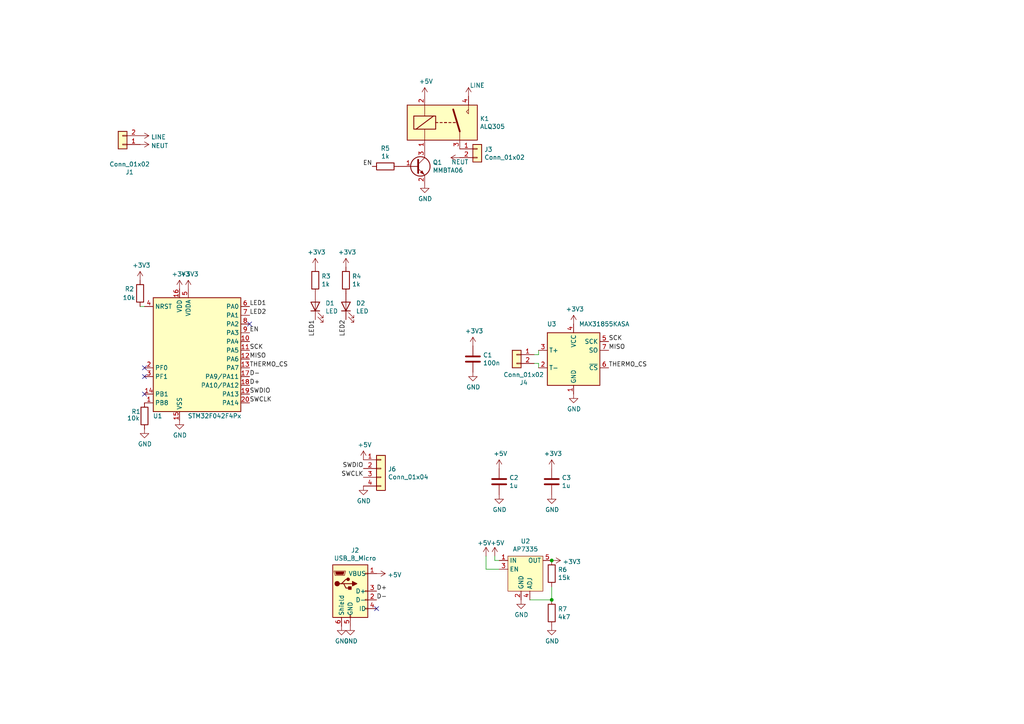
<source format=kicad_sch>
(kicad_sch (version 20200714) (host eeschema "(5.99.0-2414-g7bdb98f9617b)")
  (page 1 1)
  (paper "A4")
  (lib_symbols
    (symbol "Connector:USB_B_Micro"
      (property "Reference" "J" (at -5.08 11.43 0))
      (property "Value" "USB_B_Micro" (at -5.08 8.89 0))
      (symbol "USB_B_Micro_0_1"
        (circle (center -3.81 2.159) (radius 0.635) (stroke (width 0.254)) (fill (type outline)))
        (circle (center -0.635 3.429) (radius 0.381) (stroke (width 0.254)) (fill (type outline)))
        (rectangle (start -5.08 -7.62) (end 5.08 7.62) (stroke (width 0.254)) (fill (type background)))
        (rectangle (start -0.127 -7.62) (end 0.127 -6.858))
        (rectangle (start 0.254 1.27) (end -0.508 0.508) (stroke (width 0.254)) (fill (type outline)))
        (rectangle (start 5.08 -5.207) (end 4.318 -4.953))
        (rectangle (start 5.08 -2.667) (end 4.318 -2.413))
        (rectangle (start 5.08 -0.127) (end 4.318 0.127))
        (rectangle (start 5.08 4.953) (end 4.318 5.207))
        (polyline (pts (xy -1.905 2.159) (xy 0.635 2.159)) (stroke (width 0.254)))
        (polyline (pts (xy -3.175 2.159) (xy -2.54 2.159) (xy -1.27 3.429) (xy -0.635 3.429)) (stroke (width 0.254)))
        (polyline (pts (xy -2.54 2.159) (xy -1.905 2.159) (xy -1.27 0.889) (xy 0 0.889)) (stroke (width 0.254)))
        (polyline (pts (xy 0.635 2.794) (xy 0.635 1.524) (xy 1.905 2.159) (xy 0.635 2.794)) (stroke (width 0.254)) (fill (type outline)))
        (polyline (pts (xy -4.318 5.588) (xy -1.778 5.588) (xy -2.032 4.826) (xy -4.064 4.826) (xy -4.318 5.588)) (fill (type outline)))
        (polyline (pts (xy -4.699 5.842) (xy -4.699 5.588) (xy -4.445 4.826) (xy -4.445 4.572) (xy -1.651 4.572) (xy -1.651 4.826) (xy -1.397 5.588) (xy -1.397 5.842) (xy -4.699 5.842)))
      )
      (symbol "USB_B_Micro_1_1"
        (pin power_out line (at 7.62 5.08 180) (length 2.54) (name "VBUS") (number "1"))
        (pin passive line (at 7.62 -2.54 180) (length 2.54) (name "D-") (number "2"))
        (pin passive line (at 7.62 0 180) (length 2.54) (name "D+") (number "3"))
        (pin passive line (at 7.62 -5.08 180) (length 2.54) (name "ID") (number "4"))
        (pin power_out line (at 0 -10.16 90) (length 2.54) (name "GND") (number "5"))
        (pin passive line (at -2.54 -10.16 90) (length 2.54) (name "Shield") (number "6"))
      )
    )
    (symbol "Connector_Generic:Conn_01x02" (pin_names hide)
      (property "Reference" "J" (at 0 2.54 0))
      (property "Value" "Conn_01x02" (at 0 -5.08 0))
      (symbol "Conn_01x02_1_1"
        (rectangle (start -1.27 -2.413) (end 0 -2.667) (stroke (width 0.1524)))
        (rectangle (start -1.27 0.127) (end 0 -0.127) (stroke (width 0.1524)))
        (rectangle (start -1.27 1.27) (end 1.27 -3.81) (stroke (width 0.254)) (fill (type background)))
        (pin passive line (at -5.08 0 0) (length 3.81) (name "Pin_1") (number "1"))
        (pin passive line (at -5.08 -2.54 0) (length 3.81) (name "Pin_2") (number "2"))
      )
    )
    (symbol "Connector_Generic:Conn_01x04" (pin_names hide)
      (property "Reference" "J" (at 0 5.08 0))
      (property "Value" "Conn_01x04" (at 0 -7.62 0))
      (symbol "Conn_01x04_1_1"
        (rectangle (start -1.27 -4.953) (end 0 -5.207) (stroke (width 0.1524)))
        (rectangle (start -1.27 -2.413) (end 0 -2.667) (stroke (width 0.1524)))
        (rectangle (start -1.27 2.667) (end 0 2.413) (stroke (width 0.1524)))
        (rectangle (start -1.27 3.81) (end 1.27 -6.35) (stroke (width 0.254)) (fill (type background)))
        (rectangle (start -1.27 0.127) (end 0 -0.127) (stroke (width 0.1524)))
        (pin passive line (at -5.08 2.54 0) (length 3.81) (name "Pin_1") (number "1"))
        (pin passive line (at -5.08 0 0) (length 3.81) (name "Pin_2") (number "2"))
        (pin passive line (at -5.08 -2.54 0) (length 3.81) (name "Pin_3") (number "3"))
        (pin passive line (at -5.08 -5.08 0) (length 3.81) (name "Pin_4") (number "4"))
      )
    )
    (symbol "Device:C" (pin_numbers hide) (pin_names (offset 0.254))
      (property "Reference" "C" (at 0.635 2.54 0))
      (property "Value" "C" (at 0.635 -2.54 0))
      (symbol "C_0_1"
        (polyline (pts (xy -2.032 -0.762) (xy 2.032 -0.762)) (stroke (width 0.508)))
        (polyline (pts (xy -2.032 0.762) (xy 2.032 0.762)) (stroke (width 0.508)))
      )
      (symbol "C_1_1"
        (pin passive line (at 0 3.81 270) (length 2.794) (name "~") (number "1"))
        (pin passive line (at 0 -3.81 90) (length 2.794) (name "~") (number "2"))
      )
    )
    (symbol "Device:LED" (pin_numbers hide) (pin_names hide)
      (property "Reference" "D" (at 0 2.54 0))
      (property "Value" "LED" (at 0 -2.54 0))
      (symbol "LED_0_1"
        (polyline (pts (xy -1.27 -1.27) (xy -1.27 1.27)) (stroke (width 0.254)))
        (polyline (pts (xy -1.27 0) (xy 1.27 0)))
        (polyline (pts (xy 1.27 -1.27) (xy 1.27 1.27) (xy -1.27 0) (xy 1.27 -1.27)) (stroke (width 0.254)))
        (polyline (pts (xy -3.048 -0.762) (xy -4.572 -2.286) (xy -3.81 -2.286) (xy -4.572 -2.286) (xy -4.572 -1.524)))
        (polyline (pts (xy -1.778 -0.762) (xy -3.302 -2.286) (xy -2.54 -2.286) (xy -3.302 -2.286) (xy -3.302 -1.524)))
      )
      (symbol "LED_1_1"
        (pin passive line (at -3.81 0 0) (length 2.54) (name "K") (number "1"))
        (pin passive line (at 3.81 0 180) (length 2.54) (name "A") (number "2"))
      )
    )
    (symbol "Device:R" (pin_numbers hide) (pin_names (offset 0))
      (property "Reference" "R" (at 2.032 0 90))
      (property "Value" "R" (at 0 0 90))
      (symbol "R_0_1"
        (rectangle (start -1.016 -2.54) (end 1.016 2.54) (stroke (width 0.254)))
      )
      (symbol "R_1_1"
        (pin passive line (at 0 3.81 270) (length 1.27) (name "~") (number "1"))
        (pin passive line (at 0 -3.81 90) (length 1.27) (name "~") (number "2"))
      )
    )
    (symbol "MCU_ST_STM32F0:STM32F042F4Px" (pin_names (offset 0.508))
      (property "Reference" "U" (at -12.7 16.51 0))
      (property "Value" "STM32F042F4Px" (at 0 16.51 0))
      (symbol "STM32F042F4Px_0_1"
        (rectangle (start -12.7 -17.78) (end 12.7 15.24) (stroke (width 0.254)) (fill (type background)))
      )
      (symbol "STM32F042F4Px_1_1"
        (pin bidirectional line (at -15.24 -15.24 0) (length 2.54) (name "PB8") (number "1"))
        (pin bidirectional line (at 15.24 2.54 180) (length 2.54) (name "PA4") (number "10"))
        (pin bidirectional line (at 15.24 0 180) (length 2.54) (name "PA5") (number "11"))
        (pin bidirectional line (at 15.24 -2.54 180) (length 2.54) (name "PA6") (number "12"))
        (pin bidirectional line (at 15.24 -5.08 180) (length 2.54) (name "PA7") (number "13"))
        (pin bidirectional line (at -15.24 -12.7 0) (length 2.54) (name "PB1") (number "14"))
        (pin power_in line (at -5.08 -20.32 90) (length 2.54) (name "VSS") (number "15"))
        (pin power_in line (at -5.08 17.78 270) (length 2.54) (name "VDD") (number "16"))
        (pin bidirectional line (at 15.24 -7.62 180) (length 2.54) (name "PA9/PA11") (number "17"))
        (pin bidirectional line (at 15.24 -10.16 180) (length 2.54) (name "PA10/PA12") (number "18"))
        (pin bidirectional line (at 15.24 -12.7 180) (length 2.54) (name "PA13") (number "19"))
        (pin input line (at -15.24 -5.08 0) (length 2.54) (name "PF0") (number "2"))
        (pin bidirectional line (at 15.24 -15.24 180) (length 2.54) (name "PA14") (number "20"))
        (pin input line (at -15.24 -7.62 0) (length 2.54) (name "PF1") (number "3"))
        (pin input line (at -15.24 12.7 0) (length 2.54) (name "NRST") (number "4"))
        (pin power_in line (at -2.54 17.78 270) (length 2.54) (name "VDDA") (number "5"))
        (pin bidirectional line (at 15.24 12.7 180) (length 2.54) (name "PA0") (number "6"))
        (pin bidirectional line (at 15.24 10.16 180) (length 2.54) (name "PA1") (number "7"))
        (pin bidirectional line (at 15.24 7.62 180) (length 2.54) (name "PA2") (number "8"))
        (pin bidirectional line (at 15.24 5.08 180) (length 2.54) (name "PA3") (number "9"))
      )
    )
    (symbol "Sensor_Temperature:MAX31855KASA"
      (property "Reference" "U" (at -7.62 8.89 0))
      (property "Value" "MAX31855KASA" (at 1.27 8.89 0))
      (symbol "MAX31855KASA_0_1"
        (rectangle (start -7.62 7.62) (end 7.62 -7.62) (stroke (width 0.254)) (fill (type background)))
      )
      (symbol "MAX31855KASA_1_1"
        (pin power_in line (at 0 -10.16 90) (length 2.54) (name "GND") (number "1"))
        (pin passive line (at -10.16 -2.54 0) (length 2.54) (name "T-") (number "2"))
        (pin passive line (at -10.16 2.54 0) (length 2.54) (name "T+") (number "3"))
        (pin power_in line (at 0 10.16 270) (length 2.54) (name "VCC") (number "4"))
        (pin input line (at 10.16 5.08 180) (length 2.54) (name "SCK") (number "5"))
        (pin input line (at 10.16 -2.54 180) (length 2.54) (name "~CS~") (number "6"))
        (pin tri_state line (at 10.16 2.54 180) (length 2.54) (name "SO") (number "7"))
      )
    )
    (symbol "ap7335:AP7335"
      (property "Reference" "U" (at -5.08 3.81 0))
      (property "Value" "AP7335" (at 2.54 3.81 0))
      (symbol "AP7335_0_1"
        (rectangle (start -5.08 2.54) (end 5.08 -7.62) (fill (type background)))
      )
      (symbol "AP7335_0_0"
        (pin power_in line (at -7.62 1.27 0) (length 2.54) (name "IN") (number "1"))
        (pin power_in line (at -1.27 -10.16 90) (length 2.54) (name "GND") (number "2"))
        (pin input line (at -7.62 -1.27 0) (length 2.54) (name "EN") (number "3"))
        (pin power_out line (at 7.62 1.27 180) (length 2.54) (name "OUT") (number "5"))
      )
      (symbol "AP7335_1_1"
        (pin input line (at 1.27 -10.16 90) (length 2.54) (name "ADJ") (number "4"))
      )
    )
    (symbol "misc:ALQ305" (pin_names (offset 0.508))
      (property "Reference" "K" (at 11.43 3.81 0))
      (property "Value" "ALQ305" (at 13.97 1.27 0))
      (symbol "ALQ305_1_1"
        (rectangle (start -10.16 5.08) (end 10.16 -5.08) (stroke (width 0.254)) (fill (type background)))
        (rectangle (start -8.255 1.905) (end -1.905 -1.905) (stroke (width 0.254)))
        (polyline (pts (xy -7.62 -1.905) (xy -2.54 1.905)) (stroke (width 0.254)))
        (polyline (pts (xy -5.08 -5.08) (xy -5.08 -1.905)))
        (polyline (pts (xy -5.08 5.08) (xy -5.08 1.905)))
        (polyline (pts (xy -1.905 0) (xy -1.27 0)) (stroke (width 0.254)))
        (polyline (pts (xy -0.635 0) (xy 0 0)) (stroke (width 0.254)))
        (polyline (pts (xy 0.635 0) (xy 1.27 0)) (stroke (width 0.254)))
        (polyline (pts (xy 0.635 0) (xy 1.27 0)) (stroke (width 0.254)))
        (polyline (pts (xy 1.905 0) (xy 2.54 0)) (stroke (width 0.254)))
        (polyline (pts (xy 3.175 0) (xy 3.81 0)) (stroke (width 0.254)))
        (polyline (pts (xy 5.08 -2.54) (xy 3.175 3.81)) (stroke (width 0.508)))
        (polyline (pts (xy 5.08 -2.54) (xy 5.08 -5.08)))
        (polyline (pts (xy 7.62 3.81) (xy 7.62 5.08)))
        (polyline (pts (xy 7.62 3.81) (xy 7.62 2.54) (xy 6.985 3.175) (xy 7.62 3.81)))
        (pin passive line (at -5.08 7.62 270) (length 2.54) (name "~") (number "2"))
        (pin passive line (at 7.62 7.62 270) (length 2.54) (name "~") (number "4"))
        (pin passive line (at 5.08 -7.62 90) (length 2.54) (name "~") (number "3"))
        (pin passive line (at -5.08 -7.62 90) (length 2.54) (name "~") (number "1"))
      )
    )
    (symbol "misc:MMBTA06" (pin_names (offset 0) hide)
      (property "Reference" "Q" (at 5.08 1.27 0))
      (property "Value" "MMBTA06" (at 5.08 -1.27 0))
      (symbol "MMBTA06_0_1"
        (circle (center 1.27 0) (radius 2.8194) (stroke (width 0.254)))
        (polyline (pts (xy 0.635 0.635) (xy 2.54 2.54)))
        (polyline (pts (xy 0.635 -0.635) (xy 2.54 -2.54) (xy 2.54 -2.54)))
        (polyline (pts (xy 0.635 1.905) (xy 0.635 -1.905) (xy 0.635 -1.905)) (stroke (width 0.508)))
        (polyline (pts (xy 1.27 -1.778) (xy 1.778 -1.27) (xy 2.286 -2.286) (xy 1.27 -1.778) (xy 1.27 -1.778)) (fill (type outline)))
      )
      (symbol "MMBTA06_1_1"
        (pin input line (at -5.08 0 0) (length 5.715) (name "B") (number "1"))
        (pin passive line (at 2.54 -5.08 90) (length 2.54) (name "E") (number "2"))
        (pin passive line (at 2.54 5.08 270) (length 2.54) (name "C") (number "3"))
      )
    )
    (symbol "power:+3V3" (power) (pin_names (offset 0))
      (property "Value" "+3V3" (at 0 3.556 0))
      (symbol "+3V3_0_1"
        (polyline (pts (xy -0.762 1.27) (xy 0 2.54)))
        (polyline (pts (xy 0 0) (xy 0 2.54)))
        (polyline (pts (xy 0 2.54) (xy 0.762 1.27)))
      )
      (symbol "+3V3_1_1"
        (pin power_in line (at 0 0 90) (length 0) hide (name "+3V3") (number "1"))
      )
    )
    (symbol "power:+5V" (power) (pin_names (offset 0))
      (property "Value" "+5V" (at 0 3.556 0))
      (symbol "+5V_0_1"
        (polyline (pts (xy -0.762 1.27) (xy 0 2.54)))
        (polyline (pts (xy 0 0) (xy 0 2.54)))
        (polyline (pts (xy 0 2.54) (xy 0.762 1.27)))
      )
      (symbol "+5V_1_1"
        (pin power_in line (at 0 0 90) (length 0) hide (name "+5V") (number "1"))
      )
    )
    (symbol "power:GND" (power) (pin_names (offset 0))
      (property "Value" "GND" (at 0 -3.81 0))
      (symbol "GND_0_1"
        (polyline (pts (xy 0 0) (xy 0 -1.27) (xy 1.27 -1.27) (xy 0 -2.54) (xy -1.27 -1.27) (xy 0 -1.27)))
      )
      (symbol "GND_1_1"
        (pin power_in line (at 0 0 270) (length 0) hide (name "GND") (number "1"))
      )
    )
    (symbol "power:LINE" (power) (pin_names (offset 0))
      (property "Value" "LINE" (at 0 3.81 0))
      (symbol "LINE_0_1"
        (polyline (pts (xy -0.762 1.27) (xy 0 2.54)))
        (polyline (pts (xy 0 0) (xy 0 2.54)))
        (polyline (pts (xy 0 2.54) (xy 0.762 1.27)))
      )
      (symbol "LINE_1_1"
        (pin power_in line (at 0 0 90) (length 0) hide (name "LINE") (number "1"))
      )
    )
    (symbol "power:NEUT" (power) (pin_names (offset 0))
      (property "Value" "NEUT" (at 0 3.81 0))
      (symbol "NEUT_0_1"
        (polyline (pts (xy -0.762 1.27) (xy 0 2.54)))
        (polyline (pts (xy 0 0) (xy 0 2.54)))
        (polyline (pts (xy 0 2.54) (xy 0.762 1.27)))
      )
      (symbol "NEUT_1_1"
        (pin power_in line (at 0 0 90) (length 0) hide (name "NEUT") (number "1"))
      )
    )
  )
  (junction (at 160.02 162.56))
  (junction (at 160.02 173.99))
  (no_connect (at 41.91 106.68))
  (no_connect (at 41.91 114.3))
  (no_connect (at 72.39 93.98))
  (no_connect (at 41.91 109.22))
  (no_connect (at 109.22 176.53))
  (wire (pts (xy 40.64 88.9) (xy 41.91 88.9)))
  (wire (pts (xy 140.97 161.29) (xy 140.97 165.1)))
  (wire (pts (xy 140.97 165.1) (xy 144.78 165.1)))
  (wire (pts (xy 143.51 161.29) (xy 143.51 162.56)))
  (wire (pts (xy 143.51 162.56) (xy 144.78 162.56)))
  (wire (pts (xy 153.67 173.99) (xy 160.02 173.99)))
  (wire (pts (xy 154.94 102.87) (xy 156.21 102.87)))
  (wire (pts (xy 154.94 105.41) (xy 156.21 105.41)))
  (wire (pts (xy 156.21 102.87) (xy 156.21 101.6)))
  (wire (pts (xy 156.21 105.41) (xy 156.21 106.68)))
  (wire (pts (xy 160.02 170.18) (xy 160.02 173.99)))
  (label "LED1" (at 72.39 88.9 0))
  (label "LED2" (at 72.39 91.44 0))
  (label "EN" (at 72.39 96.52 0))
  (label "SCK" (at 72.39 101.6 0))
  (label "MISO" (at 72.39 104.14 0))
  (label "THERMO_CS" (at 72.39 106.68 0))
  (label "D-" (at 72.39 109.22 0))
  (label "D+" (at 72.39 111.76 0))
  (label "SWDIO" (at 72.39 114.3 0))
  (label "SWCLK" (at 72.39 116.84 0))
  (label "LED1" (at 91.44 92.71 270))
  (label "LED2" (at 100.33 92.71 270))
  (label "SWDIO" (at 105.41 135.89 180))
  (label "SWCLK" (at 105.41 138.43 180))
  (label "EN" (at 107.95 48.26 180))
  (label "D+" (at 109.22 171.45 0))
  (label "D-" (at 109.22 173.99 0))
  (label "SCK" (at 176.53 99.06 0))
  (label "MISO" (at 176.53 101.6 0))
  (label "THERMO_CS" (at 176.53 106.68 0))
  (symbol (lib_id "power:LINE") (at 40.64 39.37 270) (unit 1)
    (property "Reference" "#PWR0131" (effects hide))
    (property "Value" "LINE" (at 43.8151 39.7383 90) (effects (justify left)))
  )
  (symbol (lib_id "power:NEUT") (at 40.64 41.91 270) (unit 1)
    (property "Reference" "#PWR0130" (effects hide))
    (property "Value" "NEUT" (at 43.8151 42.2783 90) (effects (justify left)))
  )
  (symbol (lib_id "power:+3V3") (at 40.64 81.28 0) (unit 1)
    (property "Reference" "#PWR0110" (effects hide))
    (property "Value" "+3V3" (at 41.0083 76.9556 0))
  )
  (symbol (lib_id "power:+3V3") (at 52.07 83.82 0) (unit 1)
    (property "Reference" "#PWR0123" (effects hide))
    (property "Value" "+3V3" (at 52.4383 79.4956 0))
  )
  (symbol (lib_id "power:+3V3") (at 54.61 83.82 0) (unit 1)
    (property "Reference" "#PWR0122" (effects hide))
    (property "Value" "+3V3" (at 54.9783 79.4956 0))
  )
  (symbol (lib_id "power:+3V3") (at 91.44 77.47 0) (unit 1)
    (property "Reference" "#PWR0127" (effects hide))
    (property "Value" "+3V3" (at 91.8083 73.1456 0))
  )
  (symbol (lib_id "power:+3V3") (at 100.33 77.47 0) (unit 1)
    (property "Reference" "#PWR0101" (effects hide))
    (property "Value" "+3V3" (at 100.6983 73.1456 0))
  )
  (symbol (lib_id "power:+5V") (at 105.41 133.35 0) (unit 1)
    (property "Reference" "#PWR01" (effects hide))
    (property "Value" "+5V" (at 105.7783 129.0256 0))
  )
  (symbol (lib_id "power:+5V") (at 109.22 166.37 270) (unit 1)
    (property "Reference" "#PWR0113" (effects hide))
    (property "Value" "+5V" (at 112.3951 166.7383 90) (effects (justify left)))
  )
  (symbol (lib_id "power:+5V") (at 123.19 27.94 0) (unit 1)
    (property "Reference" "#PWR0102" (effects hide))
    (property "Value" "+5V" (at 123.5583 23.6156 0))
  )
  (symbol (lib_id "power:NEUT") (at 133.35 45.72 90) (unit 1)
    (property "Reference" "#PWR0128" (effects hide))
    (property "Value" "NEUT" (at 135.89 46.99 90) (effects (justify left)))
  )
  (symbol (lib_id "power:LINE") (at 135.89 27.94 0) (unit 1)
    (property "Reference" "#PWR0129" (effects hide))
    (property "Value" "LINE" (at 136.2583 24.7649 0) (effects (justify left)))
  )
  (symbol (lib_id "power:+3V3") (at 137.16 100.33 0) (unit 1)
    (property "Reference" "#PWR0104" (effects hide))
    (property "Value" "+3V3" (at 137.5283 96.0056 0))
  )
  (symbol (lib_id "power:+5V") (at 140.97 161.29 0) (unit 1)
    (property "Reference" "#PWR0117" (effects hide))
    (property "Value" "+5V" (at 138.43 157.48 0) (effects (justify left)))
  )
  (symbol (lib_id "power:+5V") (at 143.51 161.29 0) (unit 1)
    (property "Reference" "#PWR0116" (effects hide))
    (property "Value" "+5V" (at 142.24 157.48 0) (effects (justify left)))
  )
  (symbol (lib_id "power:+5V") (at 144.78 135.89 0) (unit 1)
    (property "Reference" "#PWR0115" (effects hide))
    (property "Value" "+5V" (at 145.1483 131.5656 0))
  )
  (symbol (lib_id "power:+3V3") (at 160.02 135.89 0) (unit 1)
    (property "Reference" "#PWR0118" (effects hide))
    (property "Value" "+3V3" (at 160.3883 131.5656 0))
  )
  (symbol (lib_id "power:+3V3") (at 160.02 162.56 270) (unit 1)
    (property "Reference" "#PWR0108" (effects hide))
    (property "Value" "+3V3" (at 163.1951 162.9283 90) (effects (justify left)))
  )
  (symbol (lib_id "power:+3V3") (at 166.37 93.98 0) (unit 1)
    (property "Reference" "#PWR0107" (effects hide))
    (property "Value" "+3V3" (at 166.7383 89.6556 0))
  )
  (symbol (lib_id "power:GND") (at 41.91 124.46 0) (unit 1)
    (property "Reference" "#PWR0124" (effects hide))
    (property "Value" "GND" (at 42.0243 128.7844 0))
  )
  (symbol (lib_id "power:GND") (at 52.07 121.92 0) (unit 1)
    (property "Reference" "#PWR0125" (effects hide))
    (property "Value" "GND" (at 52.1843 126.2444 0))
  )
  (symbol (lib_id "power:GND") (at 99.06 181.61 0) (unit 1)
    (property "Reference" "#PWR0111" (effects hide))
    (property "Value" "GND" (at 99.1743 185.9344 0))
  )
  (symbol (lib_id "power:GND") (at 101.6 181.61 0) (unit 1)
    (property "Reference" "#PWR0112" (effects hide))
    (property "Value" "GND" (at 101.7143 185.9344 0))
  )
  (symbol (lib_id "power:GND") (at 105.41 140.97 0) (unit 1)
    (property "Reference" "#PWR02" (effects hide))
    (property "Value" "GND" (at 105.5243 145.2944 0))
  )
  (symbol (lib_id "power:GND") (at 123.19 53.34 0) (unit 1)
    (property "Reference" "#PWR0103" (effects hide))
    (property "Value" "GND" (at 123.3043 57.6644 0))
  )
  (symbol (lib_id "power:GND") (at 137.16 107.95 0) (unit 1)
    (property "Reference" "#PWR0105" (effects hide))
    (property "Value" "GND" (at 137.2743 112.2744 0))
  )
  (symbol (lib_id "power:GND") (at 144.78 143.51 0) (unit 1)
    (property "Reference" "#PWR0119" (effects hide))
    (property "Value" "GND" (at 144.8943 147.8344 0))
  )
  (symbol (lib_id "power:GND") (at 151.13 173.99 0) (unit 1)
    (property "Reference" "#PWR0120" (effects hide))
    (property "Value" "GND" (at 151.2443 178.3144 0))
  )
  (symbol (lib_id "power:GND") (at 160.02 143.51 0) (unit 1)
    (property "Reference" "#PWR0114" (effects hide))
    (property "Value" "GND" (at 160.1343 147.8344 0))
  )
  (symbol (lib_id "power:GND") (at 160.02 181.61 0) (unit 1)
    (property "Reference" "#PWR0121" (effects hide))
    (property "Value" "GND" (at 160.1343 185.9344 0))
  )
  (symbol (lib_id "power:GND") (at 166.37 114.3 0) (unit 1)
    (property "Reference" "#PWR0106" (effects hide))
    (property "Value" "GND" (at 166.4843 118.6244 0))
  )
  (symbol (lib_id "Device:R") (at 40.64 85.09 0) (unit 1)
    (property "Reference" "R2" (at 36.195 83.82 0) (effects (justify left)))
    (property "Value" "10k" (at 35.56 86.36 0) (effects (justify left)))
    (property "Footprint" "Resistor_SMD:R_0805_2012Metric" (effects hide))
  )
  (symbol (lib_id "Device:R") (at 41.91 120.65 0) (unit 1)
    (property "Reference" "R1" (at 38.1 119.38 0) (effects (justify left)))
    (property "Value" "10k" (at 36.83 121.285 0) (effects (justify left)))
    (property "Footprint" "Resistor_SMD:R_0805_2012Metric" (effects hide))
  )
  (symbol (lib_id "Device:R") (at 91.44 81.28 0) (unit 1)
    (property "Reference" "R3" (at 93.2181 80.1306 0) (effects (justify left)))
    (property "Value" "1k" (at 93.218 82.429 0) (effects (justify left)))
    (property "Footprint" "Resistor_SMD:R_0805_2012Metric" (effects hide))
  )
  (symbol (lib_id "Device:R") (at 100.33 81.28 0) (unit 1)
    (property "Reference" "R4" (at 102.1081 80.1306 0) (effects (justify left)))
    (property "Value" "1k" (at 102.108 82.429 0) (effects (justify left)))
    (property "Footprint" "Resistor_SMD:R_0805_2012Metric" (effects hide))
  )
  (symbol (lib_id "Device:R") (at 111.76 48.26 90) (unit 1)
    (property "Reference" "R5" (at 111.76 43.0338 90))
    (property "Value" "1k" (at 111.76 45.332 90))
    (property "Footprint" "Resistor_SMD:R_0805_2012Metric" (effects hide))
  )
  (symbol (lib_id "Device:R") (at 160.02 166.37 0) (unit 1)
    (property "Reference" "R6" (at 161.7981 165.2206 0) (effects (justify left)))
    (property "Value" "15k" (at 161.798 167.519 0) (effects (justify left)))
    (property "Footprint" "Resistor_SMD:R_0805_2012Metric" (effects hide))
  )
  (symbol (lib_id "Device:R") (at 160.02 177.8 0) (unit 1)
    (property "Reference" "R7" (at 161.7981 176.6506 0) (effects (justify left)))
    (property "Value" "4k7" (at 161.798 178.949 0) (effects (justify left)))
    (property "Footprint" "Resistor_SMD:R_0805_2012Metric" (effects hide))
  )
  (symbol (lib_id "Device:LED") (at 91.44 88.9 90) (unit 1)
    (property "Reference" "D1" (at 94.3611 87.9411 90) (effects (justify right)))
    (property "Value" "LED" (at 94.3611 90.2398 90) (effects (justify right)))
    (property "Footprint" "LED_SMD:LED_0805_2012Metric" (effects hide))
  )
  (symbol (lib_id "Device:LED") (at 100.33 88.9 90) (unit 1)
    (property "Reference" "D2" (at 103.2511 87.9411 90) (effects (justify right)))
    (property "Value" "LED" (at 103.2511 90.2398 90) (effects (justify right)))
    (property "Footprint" "LED_SMD:LED_0805_2012Metric" (effects hide))
  )
  (symbol (lib_id "Connector_Generic:Conn_01x02") (at 35.56 41.91 180) (unit 1)
    (property "Reference" "J1" (at 37.592 49.9302 0))
    (property "Value" "Conn_01x02" (at 37.592 47.6315 0))
    (property "Footprint" "Connector_JST:JST_VH_B2P3-VH_1x02_P7.92mm_Vertical" (effects hide))
  )
  (symbol (lib_id "Connector_Generic:Conn_01x02") (at 138.43 43.18 0) (unit 1)
    (property "Reference" "J3" (at 140.4621 43.3514 0) (effects (justify left)))
    (property "Value" "Conn_01x02" (at 140.4621 45.6501 0) (effects (justify left)))
    (property "Footprint" "Connector_JST:JST_VH_B2P3-VH_1x02_P7.92mm_Vertical" (effects hide))
  )
  (symbol (lib_id "Connector_Generic:Conn_01x02") (at 149.86 102.87 0) (mirror y) (unit 1)
    (property "Reference" "J4" (at 151.892 110.9918 0))
    (property "Value" "Conn_01x02" (at 151.892 108.6931 0))
    (property "Footprint" "Connector_JST:JST_VH_B2P-VH_1x02_P3.96mm_Vertical" (effects hide))
  )
  (symbol (lib_id "Device:C") (at 137.16 104.14 0) (unit 1)
    (property "Reference" "C1" (at 140.0811 102.9906 0) (effects (justify left)))
    (property "Value" "100n" (at 140.081 105.289 0) (effects (justify left)))
    (property "Footprint" "Capacitor_SMD:C_0805_2012Metric" (effects hide))
  )
  (symbol (lib_id "Device:C") (at 144.78 139.7 0) (unit 1)
    (property "Reference" "C2" (at 147.7011 138.5506 0) (effects (justify left)))
    (property "Value" "1u" (at 147.701 140.849 0) (effects (justify left)))
    (property "Footprint" "Capacitor_SMD:C_0805_2012Metric" (effects hide))
  )
  (symbol (lib_id "Device:C") (at 160.02 139.7 0) (unit 1)
    (property "Reference" "C3" (at 162.9411 138.5506 0) (effects (justify left)))
    (property "Value" "1u" (at 162.941 140.849 0) (effects (justify left)))
    (property "Footprint" "Capacitor_SMD:C_0805_2012Metric" (effects hide))
  )
  (symbol (lib_id "Connector_Generic:Conn_01x04") (at 110.49 135.89 0) (unit 1)
    (property "Reference" "J6" (at 112.5221 136.0614 0) (effects (justify left)))
    (property "Value" "Conn_01x04" (at 112.5221 138.3601 0) (effects (justify left)))
    (property "Footprint" "Connector_PinHeader_2.54mm:PinHeader_1x04_P2.54mm_Vertical" (effects hide))
  )
  (symbol (lib_id "misc:MMBTA06") (at 120.65 48.26 0) (unit 1)
    (property "Reference" "Q1" (at 125.5015 47.1106 0) (effects (justify left)))
    (property "Value" "MMBTA06" (at 125.5015 49.4093 0) (effects (justify left)))
    (property "Footprint" "Package_TO_SOT_SMD:SOT-23" (effects hide))
  )
  (symbol (lib_id "ap7335:AP7335") (at 152.4 163.83 0) (unit 1)
    (property "Reference" "U2" (at 152.4 156.9782 0))
    (property "Value" "AP7335" (at 152.4 159.2769 0))
    (property "Footprint" "Package_TO_SOT_SMD:SOT-23-5" (effects hide))
  )
  (symbol (lib_id "Connector:USB_B_Micro") (at 101.6 171.45 0) (unit 1)
    (property "Reference" "J2" (at 102.997 159.6198 0))
    (property "Value" "USB_B_Micro" (at 102.997 161.9185 0))
    (property "Footprint" "misc:USB_Micro-B_Amphenol_10118194-0001LF" (effects hide))
  )
  (symbol (lib_id "misc:ALQ305") (at 128.27 35.56 0) (unit 1)
    (property "Reference" "K1" (at 139.1921 34.4106 0) (effects (justify left)))
    (property "Value" "ALQ305" (at 139.1921 36.7093 0) (effects (justify left)))
    (property "Footprint" "misc:ALQ305" (effects hide))
    (property "Datasheet" "https://media.digikey.com/pdf/Data%20Sheets/Panasonic%20Electric%20Works%20PDFs/ALQ(LQ)Relays_NewProdIntro.pdf" (effects hide))
  )
  (symbol (lib_id "Sensor_Temperature:MAX31855KASA") (at 166.37 104.14 0) (unit 1)
    (property "Reference" "U3" (at 160.02 93.98 0))
    (property "Value" "MAX31855KASA" (at 175.26 93.98 0))
    (property "Footprint" "Package_SO:SOIC-8_3.9x4.9mm_P1.27mm" (effects hide))
    (property "Datasheet" "http://datasheets.maximintegrated.com/en/ds/MAX31855.pdf" (effects hide))
  )
  (symbol (lib_id "MCU_ST_STM32F0:STM32F042F4Px") (at 57.15 101.6 0) (unit 1)
    (property "Reference" "U1" (at 45.72 120.65 0))
    (property "Value" "STM32F042F4Px" (at 62.23 120.65 0))
    (property "Footprint" "Package_SO:TSSOP-20_4.4x6.5mm_P0.65mm" (effects hide))
    (property "Datasheet" "http://www.st.com/st-web-ui/static/active/en/resource/technical/document/datasheet/DM00105814.pdf" (effects hide))
  )
)
</source>
